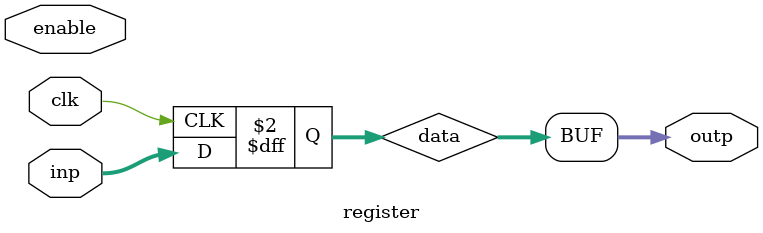
<source format=sv>
`timescale 1ns / 100ps
`default_nettype none

module register(
   input wire [31:0] inp,
   input wire clk,
   input wire enable,
   output wire [31:0] outp);

   reg [31:0] data;
   assign outp = data;

   always @(posedge clk) begin
      data <= inp;
   end
endmodule

`default_nettype wire

</source>
